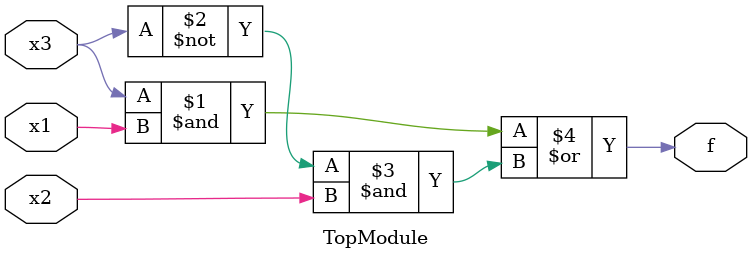
<source format=sv>

module TopModule (
  input x3,
  input x2,
  input x1,
  output f
);
assign f = (x3 & x1) | (~x3 & x2);
endmodule

</source>
